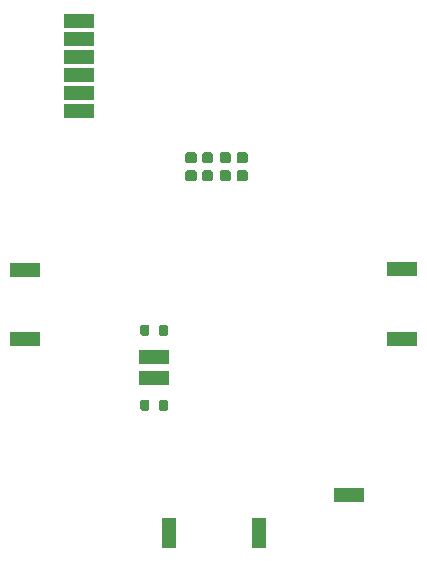
<source format=gbr>
G04 EAGLE Gerber RS-274X export*
G75*
%MOMM*%
%FSLAX34Y34*%
%LPD*%
%INSolderpaste Bottom*%
%IPPOS*%
%AMOC8*
5,1,8,0,0,1.08239X$1,22.5*%
G01*
%ADD10R,2.540000X1.270000*%
%ADD11R,1.270000X2.540000*%
%ADD12C,0.460000*%

G36*
X187152Y338203D02*
X187152Y338203D01*
X187154Y338201D01*
X187514Y338229D01*
X187518Y338233D01*
X187522Y338230D01*
X187873Y338315D01*
X187876Y338320D01*
X187880Y338318D01*
X188213Y338456D01*
X188216Y338461D01*
X188220Y338459D01*
X188528Y338647D01*
X188530Y338653D01*
X188534Y338652D01*
X188808Y338887D01*
X188809Y338892D01*
X188813Y338892D01*
X189048Y339166D01*
X189049Y339172D01*
X189053Y339172D01*
X189241Y339480D01*
X189240Y339486D01*
X189245Y339487D01*
X189383Y339820D01*
X189381Y339826D01*
X189385Y339827D01*
X189470Y340178D01*
X189467Y340186D01*
X189471Y340190D01*
X189499Y345250D01*
X189497Y345252D01*
X189499Y345254D01*
X189471Y345614D01*
X189467Y345618D01*
X189470Y345622D01*
X189385Y345973D01*
X189380Y345976D01*
X189383Y345980D01*
X189245Y346313D01*
X189240Y346316D01*
X189241Y346320D01*
X189053Y346628D01*
X189047Y346630D01*
X189048Y346634D01*
X188813Y346908D01*
X188808Y346909D01*
X188808Y346913D01*
X188534Y347148D01*
X188528Y347149D01*
X188528Y347153D01*
X188220Y347341D01*
X188214Y347340D01*
X188213Y347345D01*
X187880Y347483D01*
X187874Y347481D01*
X187873Y347485D01*
X187522Y347570D01*
X187516Y347568D01*
X187514Y347571D01*
X187154Y347599D01*
X187151Y347598D01*
X187150Y347599D01*
X182550Y347599D01*
X182548Y347597D01*
X182546Y347599D01*
X182186Y347571D01*
X182182Y347567D01*
X182178Y347570D01*
X181827Y347485D01*
X181824Y347480D01*
X181820Y347483D01*
X181487Y347345D01*
X181484Y347340D01*
X181480Y347341D01*
X181172Y347153D01*
X181170Y347147D01*
X181166Y347148D01*
X180892Y346913D01*
X180891Y346908D01*
X180887Y346908D01*
X180652Y346634D01*
X180651Y346628D01*
X180647Y346628D01*
X180459Y346320D01*
X180460Y346314D01*
X180456Y346313D01*
X180318Y345980D01*
X180319Y345974D01*
X180315Y345973D01*
X180230Y345622D01*
X180234Y345614D01*
X180229Y345610D01*
X180201Y340550D01*
X180203Y340548D01*
X180201Y340546D01*
X180229Y340186D01*
X180233Y340182D01*
X180230Y340178D01*
X180315Y339827D01*
X180320Y339824D01*
X180318Y339820D01*
X180456Y339487D01*
X180461Y339484D01*
X180459Y339480D01*
X180647Y339172D01*
X180653Y339170D01*
X180652Y339166D01*
X180887Y338892D01*
X180892Y338891D01*
X180892Y338887D01*
X181166Y338652D01*
X181172Y338651D01*
X181172Y338647D01*
X181480Y338459D01*
X181486Y338460D01*
X181487Y338456D01*
X181820Y338318D01*
X181826Y338319D01*
X181827Y338315D01*
X182178Y338230D01*
X182184Y338233D01*
X182186Y338229D01*
X182546Y338201D01*
X182549Y338203D01*
X182550Y338201D01*
X187150Y338201D01*
X187152Y338203D01*
G37*
G36*
X216362Y338203D02*
X216362Y338203D01*
X216364Y338201D01*
X216724Y338229D01*
X216728Y338233D01*
X216732Y338230D01*
X217083Y338315D01*
X217086Y338320D01*
X217090Y338318D01*
X217423Y338456D01*
X217426Y338461D01*
X217430Y338459D01*
X217738Y338647D01*
X217740Y338653D01*
X217744Y338652D01*
X218018Y338887D01*
X218019Y338892D01*
X218023Y338892D01*
X218258Y339166D01*
X218259Y339172D01*
X218263Y339172D01*
X218451Y339480D01*
X218450Y339486D01*
X218455Y339487D01*
X218593Y339820D01*
X218591Y339826D01*
X218595Y339827D01*
X218680Y340178D01*
X218677Y340186D01*
X218681Y340190D01*
X218709Y345250D01*
X218707Y345252D01*
X218709Y345254D01*
X218681Y345614D01*
X218677Y345618D01*
X218680Y345622D01*
X218595Y345973D01*
X218590Y345976D01*
X218593Y345980D01*
X218455Y346313D01*
X218450Y346316D01*
X218451Y346320D01*
X218263Y346628D01*
X218257Y346630D01*
X218258Y346634D01*
X218023Y346908D01*
X218018Y346909D01*
X218018Y346913D01*
X217744Y347148D01*
X217738Y347149D01*
X217738Y347153D01*
X217430Y347341D01*
X217424Y347340D01*
X217423Y347345D01*
X217090Y347483D01*
X217084Y347481D01*
X217083Y347485D01*
X216732Y347570D01*
X216726Y347568D01*
X216724Y347571D01*
X216364Y347599D01*
X216361Y347598D01*
X216360Y347599D01*
X211760Y347599D01*
X211758Y347597D01*
X211756Y347599D01*
X211396Y347571D01*
X211392Y347567D01*
X211388Y347570D01*
X211037Y347485D01*
X211034Y347480D01*
X211030Y347483D01*
X210697Y347345D01*
X210694Y347340D01*
X210690Y347341D01*
X210382Y347153D01*
X210380Y347147D01*
X210376Y347148D01*
X210102Y346913D01*
X210101Y346908D01*
X210097Y346908D01*
X209862Y346634D01*
X209861Y346628D01*
X209857Y346628D01*
X209669Y346320D01*
X209670Y346314D01*
X209666Y346313D01*
X209528Y345980D01*
X209529Y345974D01*
X209525Y345973D01*
X209440Y345622D01*
X209444Y345614D01*
X209439Y345610D01*
X209411Y340550D01*
X209413Y340548D01*
X209411Y340546D01*
X209439Y340186D01*
X209443Y340182D01*
X209440Y340178D01*
X209525Y339827D01*
X209530Y339824D01*
X209528Y339820D01*
X209666Y339487D01*
X209671Y339484D01*
X209669Y339480D01*
X209857Y339172D01*
X209863Y339170D01*
X209862Y339166D01*
X210097Y338892D01*
X210102Y338891D01*
X210102Y338887D01*
X210376Y338652D01*
X210382Y338651D01*
X210382Y338647D01*
X210690Y338459D01*
X210696Y338460D01*
X210697Y338456D01*
X211030Y338318D01*
X211036Y338319D01*
X211037Y338315D01*
X211388Y338230D01*
X211394Y338233D01*
X211396Y338229D01*
X211756Y338201D01*
X211759Y338203D01*
X211760Y338201D01*
X216360Y338201D01*
X216362Y338203D01*
G37*
G36*
X202262Y338203D02*
X202262Y338203D01*
X202264Y338201D01*
X202624Y338229D01*
X202628Y338233D01*
X202632Y338230D01*
X202983Y338315D01*
X202986Y338320D01*
X202990Y338318D01*
X203323Y338456D01*
X203326Y338461D01*
X203330Y338459D01*
X203638Y338647D01*
X203640Y338653D01*
X203644Y338652D01*
X203918Y338887D01*
X203919Y338892D01*
X203923Y338892D01*
X204158Y339166D01*
X204159Y339172D01*
X204163Y339172D01*
X204351Y339480D01*
X204350Y339486D01*
X204355Y339487D01*
X204493Y339820D01*
X204491Y339826D01*
X204495Y339827D01*
X204580Y340178D01*
X204577Y340186D01*
X204581Y340190D01*
X204609Y345250D01*
X204607Y345252D01*
X204609Y345254D01*
X204581Y345614D01*
X204577Y345618D01*
X204580Y345622D01*
X204495Y345973D01*
X204490Y345976D01*
X204493Y345980D01*
X204355Y346313D01*
X204350Y346316D01*
X204351Y346320D01*
X204163Y346628D01*
X204157Y346630D01*
X204158Y346634D01*
X203923Y346908D01*
X203918Y346909D01*
X203918Y346913D01*
X203644Y347148D01*
X203638Y347149D01*
X203638Y347153D01*
X203330Y347341D01*
X203324Y347340D01*
X203323Y347345D01*
X202990Y347483D01*
X202984Y347481D01*
X202983Y347485D01*
X202632Y347570D01*
X202626Y347568D01*
X202624Y347571D01*
X202264Y347599D01*
X202261Y347598D01*
X202260Y347599D01*
X197660Y347599D01*
X197658Y347597D01*
X197656Y347599D01*
X197296Y347571D01*
X197292Y347567D01*
X197288Y347570D01*
X196937Y347485D01*
X196934Y347480D01*
X196930Y347483D01*
X196597Y347345D01*
X196594Y347340D01*
X196590Y347341D01*
X196282Y347153D01*
X196280Y347147D01*
X196276Y347148D01*
X196002Y346913D01*
X196001Y346908D01*
X195997Y346908D01*
X195762Y346634D01*
X195761Y346628D01*
X195757Y346628D01*
X195569Y346320D01*
X195570Y346314D01*
X195566Y346313D01*
X195428Y345980D01*
X195429Y345974D01*
X195425Y345973D01*
X195340Y345622D01*
X195344Y345614D01*
X195339Y345610D01*
X195311Y340550D01*
X195313Y340548D01*
X195311Y340546D01*
X195339Y340186D01*
X195343Y340182D01*
X195340Y340178D01*
X195425Y339827D01*
X195430Y339824D01*
X195428Y339820D01*
X195566Y339487D01*
X195571Y339484D01*
X195569Y339480D01*
X195757Y339172D01*
X195763Y339170D01*
X195762Y339166D01*
X195997Y338892D01*
X196002Y338891D01*
X196002Y338887D01*
X196276Y338652D01*
X196282Y338651D01*
X196282Y338647D01*
X196590Y338459D01*
X196596Y338460D01*
X196597Y338456D01*
X196930Y338318D01*
X196936Y338319D01*
X196937Y338315D01*
X197288Y338230D01*
X197294Y338233D01*
X197296Y338229D01*
X197656Y338201D01*
X197659Y338203D01*
X197660Y338201D01*
X202260Y338201D01*
X202262Y338203D01*
G37*
G36*
X173052Y338203D02*
X173052Y338203D01*
X173054Y338201D01*
X173414Y338229D01*
X173418Y338233D01*
X173422Y338230D01*
X173773Y338315D01*
X173776Y338320D01*
X173780Y338318D01*
X174113Y338456D01*
X174116Y338461D01*
X174120Y338459D01*
X174428Y338647D01*
X174430Y338653D01*
X174434Y338652D01*
X174708Y338887D01*
X174709Y338892D01*
X174713Y338892D01*
X174948Y339166D01*
X174949Y339172D01*
X174953Y339172D01*
X175141Y339480D01*
X175140Y339486D01*
X175145Y339487D01*
X175283Y339820D01*
X175281Y339826D01*
X175285Y339827D01*
X175370Y340178D01*
X175367Y340186D01*
X175371Y340190D01*
X175399Y345250D01*
X175397Y345252D01*
X175399Y345254D01*
X175371Y345614D01*
X175367Y345618D01*
X175370Y345622D01*
X175285Y345973D01*
X175280Y345976D01*
X175283Y345980D01*
X175145Y346313D01*
X175140Y346316D01*
X175141Y346320D01*
X174953Y346628D01*
X174947Y346630D01*
X174948Y346634D01*
X174713Y346908D01*
X174708Y346909D01*
X174708Y346913D01*
X174434Y347148D01*
X174428Y347149D01*
X174428Y347153D01*
X174120Y347341D01*
X174114Y347340D01*
X174113Y347345D01*
X173780Y347483D01*
X173774Y347481D01*
X173773Y347485D01*
X173422Y347570D01*
X173416Y347568D01*
X173414Y347571D01*
X173054Y347599D01*
X173051Y347598D01*
X173050Y347599D01*
X168450Y347599D01*
X168448Y347597D01*
X168446Y347599D01*
X168086Y347571D01*
X168082Y347567D01*
X168078Y347570D01*
X167727Y347485D01*
X167724Y347480D01*
X167720Y347483D01*
X167387Y347345D01*
X167384Y347340D01*
X167380Y347341D01*
X167072Y347153D01*
X167070Y347147D01*
X167066Y347148D01*
X166792Y346913D01*
X166791Y346908D01*
X166787Y346908D01*
X166552Y346634D01*
X166551Y346628D01*
X166547Y346628D01*
X166359Y346320D01*
X166360Y346314D01*
X166356Y346313D01*
X166218Y345980D01*
X166219Y345974D01*
X166215Y345973D01*
X166130Y345622D01*
X166134Y345614D01*
X166129Y345610D01*
X166101Y340550D01*
X166103Y340548D01*
X166101Y340546D01*
X166129Y340186D01*
X166133Y340182D01*
X166130Y340178D01*
X166215Y339827D01*
X166220Y339824D01*
X166218Y339820D01*
X166356Y339487D01*
X166361Y339484D01*
X166359Y339480D01*
X166547Y339172D01*
X166553Y339170D01*
X166552Y339166D01*
X166787Y338892D01*
X166792Y338891D01*
X166792Y338887D01*
X167066Y338652D01*
X167072Y338651D01*
X167072Y338647D01*
X167380Y338459D01*
X167386Y338460D01*
X167387Y338456D01*
X167720Y338318D01*
X167726Y338319D01*
X167727Y338315D01*
X168078Y338230D01*
X168084Y338233D01*
X168086Y338229D01*
X168446Y338201D01*
X168449Y338203D01*
X168450Y338201D01*
X173050Y338201D01*
X173052Y338203D01*
G37*
G36*
X216362Y322963D02*
X216362Y322963D01*
X216364Y322961D01*
X216724Y322989D01*
X216728Y322993D01*
X216732Y322990D01*
X217083Y323075D01*
X217086Y323080D01*
X217090Y323078D01*
X217423Y323216D01*
X217426Y323221D01*
X217430Y323219D01*
X217738Y323407D01*
X217740Y323413D01*
X217744Y323412D01*
X218018Y323647D01*
X218019Y323652D01*
X218023Y323652D01*
X218258Y323926D01*
X218259Y323932D01*
X218263Y323932D01*
X218451Y324240D01*
X218450Y324246D01*
X218455Y324247D01*
X218593Y324580D01*
X218591Y324586D01*
X218595Y324587D01*
X218680Y324938D01*
X218677Y324946D01*
X218681Y324950D01*
X218709Y330010D01*
X218707Y330012D01*
X218709Y330014D01*
X218681Y330374D01*
X218677Y330378D01*
X218680Y330382D01*
X218595Y330733D01*
X218590Y330736D01*
X218593Y330740D01*
X218455Y331073D01*
X218450Y331076D01*
X218451Y331080D01*
X218263Y331388D01*
X218257Y331390D01*
X218258Y331394D01*
X218023Y331668D01*
X218018Y331669D01*
X218018Y331673D01*
X217744Y331908D01*
X217738Y331909D01*
X217738Y331913D01*
X217430Y332101D01*
X217424Y332100D01*
X217423Y332105D01*
X217090Y332243D01*
X217084Y332241D01*
X217083Y332245D01*
X216732Y332330D01*
X216726Y332328D01*
X216724Y332331D01*
X216364Y332359D01*
X216361Y332358D01*
X216360Y332359D01*
X211760Y332359D01*
X211758Y332357D01*
X211756Y332359D01*
X211396Y332331D01*
X211392Y332327D01*
X211388Y332330D01*
X211037Y332245D01*
X211034Y332240D01*
X211030Y332243D01*
X210697Y332105D01*
X210694Y332100D01*
X210690Y332101D01*
X210382Y331913D01*
X210380Y331907D01*
X210376Y331908D01*
X210102Y331673D01*
X210101Y331668D01*
X210097Y331668D01*
X209862Y331394D01*
X209861Y331388D01*
X209857Y331388D01*
X209669Y331080D01*
X209670Y331074D01*
X209666Y331073D01*
X209528Y330740D01*
X209529Y330734D01*
X209525Y330733D01*
X209440Y330382D01*
X209444Y330374D01*
X209439Y330370D01*
X209411Y325310D01*
X209413Y325308D01*
X209411Y325306D01*
X209439Y324946D01*
X209443Y324942D01*
X209440Y324938D01*
X209525Y324587D01*
X209530Y324584D01*
X209528Y324580D01*
X209666Y324247D01*
X209671Y324244D01*
X209669Y324240D01*
X209857Y323932D01*
X209863Y323930D01*
X209862Y323926D01*
X210097Y323652D01*
X210102Y323651D01*
X210102Y323647D01*
X210376Y323412D01*
X210382Y323411D01*
X210382Y323407D01*
X210690Y323219D01*
X210696Y323220D01*
X210697Y323216D01*
X211030Y323078D01*
X211036Y323079D01*
X211037Y323075D01*
X211388Y322990D01*
X211394Y322993D01*
X211396Y322989D01*
X211756Y322961D01*
X211759Y322963D01*
X211760Y322961D01*
X216360Y322961D01*
X216362Y322963D01*
G37*
G36*
X173052Y322963D02*
X173052Y322963D01*
X173054Y322961D01*
X173414Y322989D01*
X173418Y322993D01*
X173422Y322990D01*
X173773Y323075D01*
X173776Y323080D01*
X173780Y323078D01*
X174113Y323216D01*
X174116Y323221D01*
X174120Y323219D01*
X174428Y323407D01*
X174430Y323413D01*
X174434Y323412D01*
X174708Y323647D01*
X174709Y323652D01*
X174713Y323652D01*
X174948Y323926D01*
X174949Y323932D01*
X174953Y323932D01*
X175141Y324240D01*
X175140Y324246D01*
X175145Y324247D01*
X175283Y324580D01*
X175281Y324586D01*
X175285Y324587D01*
X175370Y324938D01*
X175367Y324946D01*
X175371Y324950D01*
X175399Y330010D01*
X175397Y330012D01*
X175399Y330014D01*
X175371Y330374D01*
X175367Y330378D01*
X175370Y330382D01*
X175285Y330733D01*
X175280Y330736D01*
X175283Y330740D01*
X175145Y331073D01*
X175140Y331076D01*
X175141Y331080D01*
X174953Y331388D01*
X174947Y331390D01*
X174948Y331394D01*
X174713Y331668D01*
X174708Y331669D01*
X174708Y331673D01*
X174434Y331908D01*
X174428Y331909D01*
X174428Y331913D01*
X174120Y332101D01*
X174114Y332100D01*
X174113Y332105D01*
X173780Y332243D01*
X173774Y332241D01*
X173773Y332245D01*
X173422Y332330D01*
X173416Y332328D01*
X173414Y332331D01*
X173054Y332359D01*
X173051Y332358D01*
X173050Y332359D01*
X168450Y332359D01*
X168448Y332357D01*
X168446Y332359D01*
X168086Y332331D01*
X168082Y332327D01*
X168078Y332330D01*
X167727Y332245D01*
X167724Y332240D01*
X167720Y332243D01*
X167387Y332105D01*
X167384Y332100D01*
X167380Y332101D01*
X167072Y331913D01*
X167070Y331907D01*
X167066Y331908D01*
X166792Y331673D01*
X166791Y331668D01*
X166787Y331668D01*
X166552Y331394D01*
X166551Y331388D01*
X166547Y331388D01*
X166359Y331080D01*
X166360Y331074D01*
X166356Y331073D01*
X166218Y330740D01*
X166219Y330734D01*
X166215Y330733D01*
X166130Y330382D01*
X166134Y330374D01*
X166129Y330370D01*
X166101Y325310D01*
X166103Y325308D01*
X166101Y325306D01*
X166129Y324946D01*
X166133Y324942D01*
X166130Y324938D01*
X166215Y324587D01*
X166220Y324584D01*
X166218Y324580D01*
X166356Y324247D01*
X166361Y324244D01*
X166359Y324240D01*
X166547Y323932D01*
X166553Y323930D01*
X166552Y323926D01*
X166787Y323652D01*
X166792Y323651D01*
X166792Y323647D01*
X167066Y323412D01*
X167072Y323411D01*
X167072Y323407D01*
X167380Y323219D01*
X167386Y323220D01*
X167387Y323216D01*
X167720Y323078D01*
X167726Y323079D01*
X167727Y323075D01*
X168078Y322990D01*
X168084Y322993D01*
X168086Y322989D01*
X168446Y322961D01*
X168449Y322963D01*
X168450Y322961D01*
X173050Y322961D01*
X173052Y322963D01*
G37*
G36*
X187152Y322963D02*
X187152Y322963D01*
X187154Y322961D01*
X187514Y322989D01*
X187518Y322993D01*
X187522Y322990D01*
X187873Y323075D01*
X187876Y323080D01*
X187880Y323078D01*
X188213Y323216D01*
X188216Y323221D01*
X188220Y323219D01*
X188528Y323407D01*
X188530Y323413D01*
X188534Y323412D01*
X188808Y323647D01*
X188809Y323652D01*
X188813Y323652D01*
X189048Y323926D01*
X189049Y323932D01*
X189053Y323932D01*
X189241Y324240D01*
X189240Y324246D01*
X189245Y324247D01*
X189383Y324580D01*
X189381Y324586D01*
X189385Y324587D01*
X189470Y324938D01*
X189467Y324946D01*
X189471Y324950D01*
X189499Y330010D01*
X189497Y330012D01*
X189499Y330014D01*
X189471Y330374D01*
X189467Y330378D01*
X189470Y330382D01*
X189385Y330733D01*
X189380Y330736D01*
X189383Y330740D01*
X189245Y331073D01*
X189240Y331076D01*
X189241Y331080D01*
X189053Y331388D01*
X189047Y331390D01*
X189048Y331394D01*
X188813Y331668D01*
X188808Y331669D01*
X188808Y331673D01*
X188534Y331908D01*
X188528Y331909D01*
X188528Y331913D01*
X188220Y332101D01*
X188214Y332100D01*
X188213Y332105D01*
X187880Y332243D01*
X187874Y332241D01*
X187873Y332245D01*
X187522Y332330D01*
X187516Y332328D01*
X187514Y332331D01*
X187154Y332359D01*
X187151Y332358D01*
X187150Y332359D01*
X182550Y332359D01*
X182548Y332357D01*
X182546Y332359D01*
X182186Y332331D01*
X182182Y332327D01*
X182178Y332330D01*
X181827Y332245D01*
X181824Y332240D01*
X181820Y332243D01*
X181487Y332105D01*
X181484Y332100D01*
X181480Y332101D01*
X181172Y331913D01*
X181170Y331907D01*
X181166Y331908D01*
X180892Y331673D01*
X180891Y331668D01*
X180887Y331668D01*
X180652Y331394D01*
X180651Y331388D01*
X180647Y331388D01*
X180459Y331080D01*
X180460Y331074D01*
X180456Y331073D01*
X180318Y330740D01*
X180319Y330734D01*
X180315Y330733D01*
X180230Y330382D01*
X180234Y330374D01*
X180229Y330370D01*
X180201Y325310D01*
X180203Y325308D01*
X180201Y325306D01*
X180229Y324946D01*
X180233Y324942D01*
X180230Y324938D01*
X180315Y324587D01*
X180320Y324584D01*
X180318Y324580D01*
X180456Y324247D01*
X180461Y324244D01*
X180459Y324240D01*
X180647Y323932D01*
X180653Y323930D01*
X180652Y323926D01*
X180887Y323652D01*
X180892Y323651D01*
X180892Y323647D01*
X181166Y323412D01*
X181172Y323411D01*
X181172Y323407D01*
X181480Y323219D01*
X181486Y323220D01*
X181487Y323216D01*
X181820Y323078D01*
X181826Y323079D01*
X181827Y323075D01*
X182178Y322990D01*
X182184Y322993D01*
X182186Y322989D01*
X182546Y322961D01*
X182549Y322963D01*
X182550Y322961D01*
X187150Y322961D01*
X187152Y322963D01*
G37*
G36*
X202262Y322963D02*
X202262Y322963D01*
X202264Y322961D01*
X202624Y322989D01*
X202628Y322993D01*
X202632Y322990D01*
X202983Y323075D01*
X202986Y323080D01*
X202990Y323078D01*
X203323Y323216D01*
X203326Y323221D01*
X203330Y323219D01*
X203638Y323407D01*
X203640Y323413D01*
X203644Y323412D01*
X203918Y323647D01*
X203919Y323652D01*
X203923Y323652D01*
X204158Y323926D01*
X204159Y323932D01*
X204163Y323932D01*
X204351Y324240D01*
X204350Y324246D01*
X204355Y324247D01*
X204493Y324580D01*
X204491Y324586D01*
X204495Y324587D01*
X204580Y324938D01*
X204577Y324946D01*
X204581Y324950D01*
X204609Y330010D01*
X204607Y330012D01*
X204609Y330014D01*
X204581Y330374D01*
X204577Y330378D01*
X204580Y330382D01*
X204495Y330733D01*
X204490Y330736D01*
X204493Y330740D01*
X204355Y331073D01*
X204350Y331076D01*
X204351Y331080D01*
X204163Y331388D01*
X204157Y331390D01*
X204158Y331394D01*
X203923Y331668D01*
X203918Y331669D01*
X203918Y331673D01*
X203644Y331908D01*
X203638Y331909D01*
X203638Y331913D01*
X203330Y332101D01*
X203324Y332100D01*
X203323Y332105D01*
X202990Y332243D01*
X202984Y332241D01*
X202983Y332245D01*
X202632Y332330D01*
X202626Y332328D01*
X202624Y332331D01*
X202264Y332359D01*
X202261Y332358D01*
X202260Y332359D01*
X197660Y332359D01*
X197658Y332357D01*
X197656Y332359D01*
X197296Y332331D01*
X197292Y332327D01*
X197288Y332330D01*
X196937Y332245D01*
X196934Y332240D01*
X196930Y332243D01*
X196597Y332105D01*
X196594Y332100D01*
X196590Y332101D01*
X196282Y331913D01*
X196280Y331907D01*
X196276Y331908D01*
X196002Y331673D01*
X196001Y331668D01*
X195997Y331668D01*
X195762Y331394D01*
X195761Y331388D01*
X195757Y331388D01*
X195569Y331080D01*
X195570Y331074D01*
X195566Y331073D01*
X195428Y330740D01*
X195429Y330734D01*
X195425Y330733D01*
X195340Y330382D01*
X195344Y330374D01*
X195339Y330370D01*
X195311Y325310D01*
X195313Y325308D01*
X195311Y325306D01*
X195339Y324946D01*
X195343Y324942D01*
X195340Y324938D01*
X195425Y324587D01*
X195430Y324584D01*
X195428Y324580D01*
X195566Y324247D01*
X195571Y324244D01*
X195569Y324240D01*
X195757Y323932D01*
X195763Y323930D01*
X195762Y323926D01*
X195997Y323652D01*
X196002Y323651D01*
X196002Y323647D01*
X196276Y323412D01*
X196282Y323411D01*
X196282Y323407D01*
X196590Y323219D01*
X196596Y323220D01*
X196597Y323216D01*
X196930Y323078D01*
X196936Y323079D01*
X196937Y323075D01*
X197288Y322990D01*
X197294Y322993D01*
X197296Y322989D01*
X197656Y322961D01*
X197659Y322963D01*
X197660Y322961D01*
X202260Y322961D01*
X202262Y322963D01*
G37*
G36*
X149452Y192153D02*
X149452Y192153D01*
X149454Y192151D01*
X149751Y192174D01*
X149755Y192178D01*
X149759Y192175D01*
X150049Y192245D01*
X150052Y192250D01*
X150056Y192247D01*
X150332Y192361D01*
X150335Y192367D01*
X150339Y192365D01*
X150593Y192521D01*
X150595Y192526D01*
X150599Y192525D01*
X150826Y192718D01*
X150827Y192724D01*
X150832Y192724D01*
X151025Y192951D01*
X151025Y192957D01*
X151029Y192957D01*
X151185Y193211D01*
X151184Y193217D01*
X151189Y193218D01*
X151303Y193494D01*
X151301Y193500D01*
X151305Y193501D01*
X151375Y193791D01*
X151371Y193799D01*
X151376Y193803D01*
X151399Y199600D01*
X151397Y199602D01*
X151399Y199604D01*
X151376Y199901D01*
X151372Y199905D01*
X151375Y199909D01*
X151305Y200199D01*
X151300Y200202D01*
X151303Y200206D01*
X151189Y200482D01*
X151183Y200485D01*
X151185Y200489D01*
X151029Y200743D01*
X151024Y200745D01*
X151025Y200749D01*
X150832Y200976D01*
X150826Y200977D01*
X150826Y200982D01*
X150599Y201175D01*
X150593Y201175D01*
X150593Y201179D01*
X150339Y201335D01*
X150333Y201334D01*
X150332Y201339D01*
X150056Y201453D01*
X150050Y201451D01*
X150049Y201455D01*
X149759Y201525D01*
X149753Y201523D01*
X149751Y201526D01*
X149454Y201549D01*
X149451Y201548D01*
X149450Y201549D01*
X145850Y201549D01*
X145848Y201547D01*
X145846Y201549D01*
X145549Y201526D01*
X145545Y201522D01*
X145541Y201525D01*
X145251Y201455D01*
X145248Y201450D01*
X145244Y201453D01*
X144968Y201339D01*
X144965Y201333D01*
X144961Y201335D01*
X144707Y201179D01*
X144705Y201174D01*
X144701Y201175D01*
X144474Y200982D01*
X144473Y200976D01*
X144468Y200976D01*
X144275Y200749D01*
X144275Y200743D01*
X144271Y200743D01*
X144115Y200489D01*
X144116Y200483D01*
X144111Y200482D01*
X143997Y200206D01*
X143999Y200200D01*
X143995Y200199D01*
X143925Y199909D01*
X143929Y199901D01*
X143924Y199897D01*
X143901Y194100D01*
X143903Y194098D01*
X143901Y194096D01*
X143924Y193799D01*
X143928Y193795D01*
X143925Y193791D01*
X143995Y193501D01*
X144000Y193498D01*
X143997Y193494D01*
X144111Y193218D01*
X144117Y193215D01*
X144115Y193211D01*
X144271Y192957D01*
X144276Y192955D01*
X144275Y192951D01*
X144468Y192724D01*
X144474Y192723D01*
X144474Y192718D01*
X144701Y192525D01*
X144707Y192525D01*
X144707Y192521D01*
X144961Y192365D01*
X144967Y192366D01*
X144968Y192361D01*
X145244Y192247D01*
X145250Y192249D01*
X145251Y192245D01*
X145541Y192175D01*
X145547Y192178D01*
X145549Y192174D01*
X145846Y192151D01*
X145849Y192153D01*
X145850Y192151D01*
X149450Y192151D01*
X149452Y192153D01*
G37*
G36*
X133552Y192153D02*
X133552Y192153D01*
X133554Y192151D01*
X133851Y192174D01*
X133855Y192178D01*
X133859Y192175D01*
X134149Y192245D01*
X134152Y192250D01*
X134156Y192247D01*
X134432Y192361D01*
X134435Y192367D01*
X134439Y192365D01*
X134693Y192521D01*
X134695Y192526D01*
X134699Y192525D01*
X134926Y192718D01*
X134927Y192724D01*
X134932Y192724D01*
X135125Y192951D01*
X135125Y192957D01*
X135129Y192957D01*
X135285Y193211D01*
X135284Y193217D01*
X135289Y193218D01*
X135403Y193494D01*
X135401Y193500D01*
X135405Y193501D01*
X135475Y193791D01*
X135471Y193799D01*
X135476Y193803D01*
X135499Y199600D01*
X135497Y199602D01*
X135499Y199604D01*
X135476Y199901D01*
X135472Y199905D01*
X135475Y199909D01*
X135405Y200199D01*
X135400Y200202D01*
X135403Y200206D01*
X135289Y200482D01*
X135283Y200485D01*
X135285Y200489D01*
X135129Y200743D01*
X135124Y200745D01*
X135125Y200749D01*
X134932Y200976D01*
X134926Y200977D01*
X134926Y200982D01*
X134699Y201175D01*
X134693Y201175D01*
X134693Y201179D01*
X134439Y201335D01*
X134433Y201334D01*
X134432Y201339D01*
X134156Y201453D01*
X134150Y201451D01*
X134149Y201455D01*
X133859Y201525D01*
X133853Y201523D01*
X133851Y201526D01*
X133554Y201549D01*
X133551Y201548D01*
X133550Y201549D01*
X129950Y201549D01*
X129948Y201547D01*
X129946Y201549D01*
X129649Y201526D01*
X129645Y201522D01*
X129641Y201525D01*
X129351Y201455D01*
X129348Y201450D01*
X129344Y201453D01*
X129068Y201339D01*
X129065Y201333D01*
X129061Y201335D01*
X128807Y201179D01*
X128805Y201174D01*
X128801Y201175D01*
X128574Y200982D01*
X128573Y200976D01*
X128568Y200976D01*
X128375Y200749D01*
X128375Y200743D01*
X128371Y200743D01*
X128215Y200489D01*
X128216Y200483D01*
X128211Y200482D01*
X128097Y200206D01*
X128099Y200200D01*
X128095Y200199D01*
X128025Y199909D01*
X128029Y199901D01*
X128024Y199897D01*
X128001Y194100D01*
X128003Y194098D01*
X128001Y194096D01*
X128024Y193799D01*
X128028Y193795D01*
X128025Y193791D01*
X128095Y193501D01*
X128100Y193498D01*
X128097Y193494D01*
X128211Y193218D01*
X128217Y193215D01*
X128215Y193211D01*
X128371Y192957D01*
X128376Y192955D01*
X128375Y192951D01*
X128568Y192724D01*
X128574Y192723D01*
X128574Y192718D01*
X128801Y192525D01*
X128807Y192525D01*
X128807Y192521D01*
X129061Y192365D01*
X129067Y192366D01*
X129068Y192361D01*
X129344Y192247D01*
X129350Y192249D01*
X129351Y192245D01*
X129641Y192175D01*
X129647Y192178D01*
X129649Y192174D01*
X129946Y192151D01*
X129949Y192153D01*
X129950Y192151D01*
X133550Y192151D01*
X133552Y192153D01*
G37*
G36*
X149452Y128653D02*
X149452Y128653D01*
X149454Y128651D01*
X149751Y128674D01*
X149755Y128678D01*
X149759Y128675D01*
X150049Y128745D01*
X150052Y128750D01*
X150056Y128747D01*
X150332Y128861D01*
X150335Y128867D01*
X150339Y128865D01*
X150593Y129021D01*
X150595Y129026D01*
X150599Y129025D01*
X150826Y129218D01*
X150827Y129224D01*
X150832Y129224D01*
X151025Y129451D01*
X151025Y129457D01*
X151029Y129457D01*
X151185Y129711D01*
X151184Y129717D01*
X151189Y129718D01*
X151303Y129994D01*
X151301Y130000D01*
X151305Y130001D01*
X151375Y130291D01*
X151371Y130299D01*
X151376Y130303D01*
X151399Y136100D01*
X151397Y136102D01*
X151399Y136104D01*
X151376Y136401D01*
X151372Y136405D01*
X151375Y136409D01*
X151305Y136699D01*
X151300Y136702D01*
X151303Y136706D01*
X151189Y136982D01*
X151183Y136985D01*
X151185Y136989D01*
X151029Y137243D01*
X151024Y137245D01*
X151025Y137249D01*
X150832Y137476D01*
X150826Y137477D01*
X150826Y137482D01*
X150599Y137675D01*
X150593Y137675D01*
X150593Y137679D01*
X150339Y137835D01*
X150333Y137834D01*
X150332Y137839D01*
X150056Y137953D01*
X150050Y137951D01*
X150049Y137955D01*
X149759Y138025D01*
X149753Y138023D01*
X149751Y138026D01*
X149454Y138049D01*
X149451Y138048D01*
X149450Y138049D01*
X145850Y138049D01*
X145848Y138047D01*
X145846Y138049D01*
X145549Y138026D01*
X145545Y138022D01*
X145541Y138025D01*
X145251Y137955D01*
X145248Y137950D01*
X145244Y137953D01*
X144968Y137839D01*
X144965Y137833D01*
X144961Y137835D01*
X144707Y137679D01*
X144705Y137674D01*
X144701Y137675D01*
X144474Y137482D01*
X144473Y137476D01*
X144468Y137476D01*
X144275Y137249D01*
X144275Y137243D01*
X144271Y137243D01*
X144115Y136989D01*
X144116Y136983D01*
X144111Y136982D01*
X143997Y136706D01*
X143999Y136700D01*
X143995Y136699D01*
X143925Y136409D01*
X143929Y136401D01*
X143924Y136397D01*
X143901Y130600D01*
X143903Y130598D01*
X143901Y130596D01*
X143924Y130299D01*
X143928Y130295D01*
X143925Y130291D01*
X143995Y130001D01*
X144000Y129998D01*
X143997Y129994D01*
X144111Y129718D01*
X144117Y129715D01*
X144115Y129711D01*
X144271Y129457D01*
X144276Y129455D01*
X144275Y129451D01*
X144468Y129224D01*
X144474Y129223D01*
X144474Y129218D01*
X144701Y129025D01*
X144707Y129025D01*
X144707Y129021D01*
X144961Y128865D01*
X144967Y128866D01*
X144968Y128861D01*
X145244Y128747D01*
X145250Y128749D01*
X145251Y128745D01*
X145541Y128675D01*
X145547Y128678D01*
X145549Y128674D01*
X145846Y128651D01*
X145849Y128653D01*
X145850Y128651D01*
X149450Y128651D01*
X149452Y128653D01*
G37*
G36*
X133552Y128653D02*
X133552Y128653D01*
X133554Y128651D01*
X133851Y128674D01*
X133855Y128678D01*
X133859Y128675D01*
X134149Y128745D01*
X134152Y128750D01*
X134156Y128747D01*
X134432Y128861D01*
X134435Y128867D01*
X134439Y128865D01*
X134693Y129021D01*
X134695Y129026D01*
X134699Y129025D01*
X134926Y129218D01*
X134927Y129224D01*
X134932Y129224D01*
X135125Y129451D01*
X135125Y129457D01*
X135129Y129457D01*
X135285Y129711D01*
X135284Y129717D01*
X135289Y129718D01*
X135403Y129994D01*
X135401Y130000D01*
X135405Y130001D01*
X135475Y130291D01*
X135471Y130299D01*
X135476Y130303D01*
X135499Y136100D01*
X135497Y136102D01*
X135499Y136104D01*
X135476Y136401D01*
X135472Y136405D01*
X135475Y136409D01*
X135405Y136699D01*
X135400Y136702D01*
X135403Y136706D01*
X135289Y136982D01*
X135283Y136985D01*
X135285Y136989D01*
X135129Y137243D01*
X135124Y137245D01*
X135125Y137249D01*
X134932Y137476D01*
X134926Y137477D01*
X134926Y137482D01*
X134699Y137675D01*
X134693Y137675D01*
X134693Y137679D01*
X134439Y137835D01*
X134433Y137834D01*
X134432Y137839D01*
X134156Y137953D01*
X134150Y137951D01*
X134149Y137955D01*
X133859Y138025D01*
X133853Y138023D01*
X133851Y138026D01*
X133554Y138049D01*
X133551Y138048D01*
X133550Y138049D01*
X129950Y138049D01*
X129948Y138047D01*
X129946Y138049D01*
X129649Y138026D01*
X129645Y138022D01*
X129641Y138025D01*
X129351Y137955D01*
X129348Y137950D01*
X129344Y137953D01*
X129068Y137839D01*
X129065Y137833D01*
X129061Y137835D01*
X128807Y137679D01*
X128805Y137674D01*
X128801Y137675D01*
X128574Y137482D01*
X128573Y137476D01*
X128568Y137476D01*
X128375Y137249D01*
X128375Y137243D01*
X128371Y137243D01*
X128215Y136989D01*
X128216Y136983D01*
X128211Y136982D01*
X128097Y136706D01*
X128099Y136700D01*
X128095Y136699D01*
X128025Y136409D01*
X128029Y136401D01*
X128024Y136397D01*
X128001Y130600D01*
X128003Y130598D01*
X128001Y130596D01*
X128024Y130299D01*
X128028Y130295D01*
X128025Y130291D01*
X128095Y130001D01*
X128100Y129998D01*
X128097Y129994D01*
X128211Y129718D01*
X128217Y129715D01*
X128215Y129711D01*
X128371Y129457D01*
X128376Y129455D01*
X128375Y129451D01*
X128568Y129224D01*
X128574Y129223D01*
X128574Y129218D01*
X128801Y129025D01*
X128807Y129025D01*
X128807Y129021D01*
X129061Y128865D01*
X129067Y128866D01*
X129068Y128861D01*
X129344Y128747D01*
X129350Y128749D01*
X129351Y128745D01*
X129641Y128675D01*
X129647Y128678D01*
X129649Y128674D01*
X129946Y128651D01*
X129949Y128653D01*
X129950Y128651D01*
X133550Y128651D01*
X133552Y128653D01*
G37*
D10*
X349250Y189230D03*
X76200Y458470D03*
X76200Y443230D03*
X76200Y412750D03*
X76200Y397510D03*
X76200Y382270D03*
D11*
X152400Y25400D03*
X228600Y25400D03*
D10*
X304800Y57150D03*
X76200Y427990D03*
X139700Y156210D03*
X139700Y173990D03*
X30480Y247650D03*
X30480Y189230D03*
X349250Y248920D03*
D12*
X202260Y330010D02*
X197660Y330010D01*
X202260Y330010D02*
X202260Y325310D01*
X197660Y325310D01*
X197660Y330010D01*
X197660Y329680D02*
X202260Y329680D01*
X211760Y325310D02*
X216360Y325310D01*
X211760Y325310D02*
X211760Y330010D01*
X216360Y330010D01*
X216360Y325310D01*
X216360Y329680D02*
X211760Y329680D01*
X202260Y345250D02*
X197660Y345250D01*
X202260Y345250D02*
X202260Y340550D01*
X197660Y340550D01*
X197660Y345250D01*
X197660Y344920D02*
X202260Y344920D01*
X211760Y340550D02*
X216360Y340550D01*
X211760Y340550D02*
X211760Y345250D01*
X216360Y345250D01*
X216360Y340550D01*
X216360Y344920D02*
X211760Y344920D01*
X187150Y325310D02*
X182550Y325310D01*
X182550Y330010D01*
X187150Y330010D01*
X187150Y325310D01*
X187150Y329680D02*
X182550Y329680D01*
X173050Y330010D02*
X168450Y330010D01*
X173050Y330010D02*
X173050Y325310D01*
X168450Y325310D01*
X168450Y330010D01*
X168450Y329680D02*
X173050Y329680D01*
X182550Y340550D02*
X187150Y340550D01*
X182550Y340550D02*
X182550Y345250D01*
X187150Y345250D01*
X187150Y340550D01*
X187150Y344920D02*
X182550Y344920D01*
X173050Y345250D02*
X168450Y345250D01*
X173050Y345250D02*
X173050Y340550D01*
X168450Y340550D01*
X168450Y345250D01*
X168450Y344920D02*
X173050Y344920D01*
M02*

</source>
